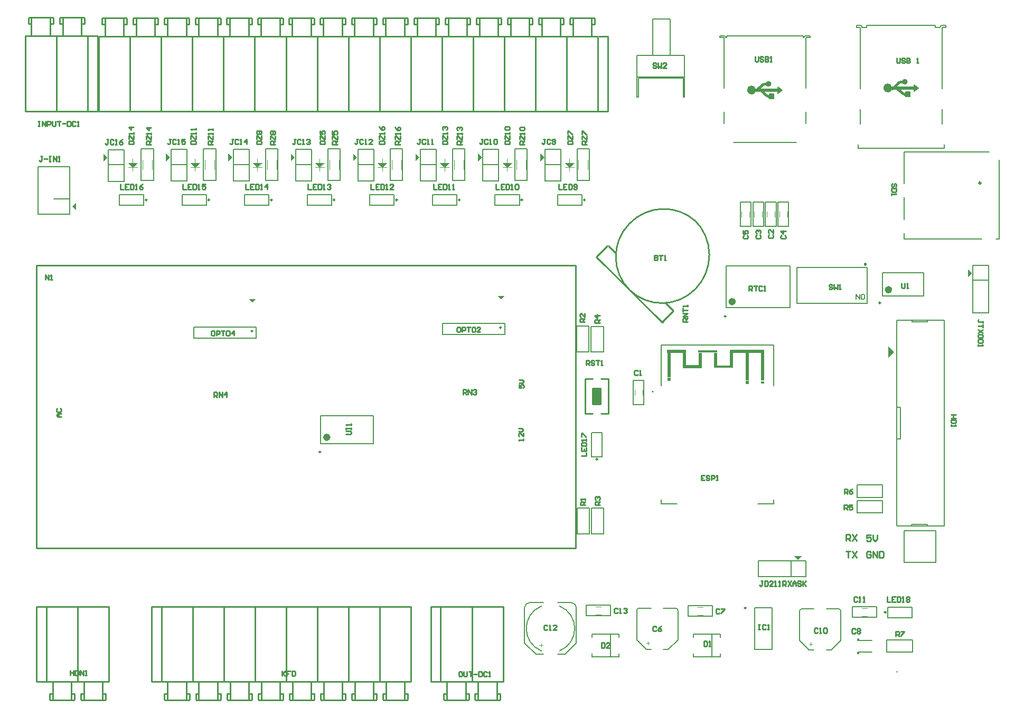
<source format=gto>
G04 Layer_Color=65535*
%FSTAX24Y24*%
%MOIN*%
G70*
G01*
G75*
%ADD40C,0.0100*%
%ADD43C,0.0200*%
%ADD44C,0.0197*%
%ADD68C,0.0236*%
%ADD69C,0.0126*%
%ADD70C,0.0098*%
%ADD71C,0.0059*%
%ADD72C,0.0079*%
%ADD73C,0.0080*%
%ADD74C,0.0350*%
%ADD75C,0.0150*%
%ADD76C,0.0050*%
%ADD77C,0.0070*%
%ADD78C,0.0040*%
%ADD79C,0.0060*%
%ADD80R,0.0190X0.0570*%
%ADD81R,0.0205X0.0190*%
%ADD82R,0.0190X0.0190*%
%ADD83R,0.0190X0.0180*%
%ADD84R,0.0190X0.1960*%
%ADD85R,0.2160X0.0190*%
%ADD86R,0.0190X0.0960*%
%ADD87R,0.1188X0.0180*%
%ADD88R,0.0198X0.0960*%
%ADD89R,0.1185X0.0180*%
%ADD90R,0.0201X0.0960*%
%ADD91R,0.1184X0.0190*%
%ADD92R,0.0205X0.0960*%
%ADD93R,0.1185X0.0190*%
%ADD94R,0.0206X0.1760*%
%ADD95R,0.0500X0.1000*%
G36*
X212906Y17995D02*
X212636Y18022D01*
Y18023D01*
X213186D01*
X212906Y17995D01*
D02*
G37*
G36*
X208967D02*
X208697Y18022D01*
Y18023D01*
X209247D01*
X208967Y17995D01*
D02*
G37*
G36*
X205029D02*
X204759Y18022D01*
Y18023D01*
X205309D01*
X205029Y17995D01*
D02*
G37*
G36*
X224721D02*
X224451Y18022D01*
Y18023D01*
X225001D01*
X224721Y17995D01*
D02*
G37*
G36*
X220783D02*
X220513Y18022D01*
Y18023D01*
X221063D01*
X220783Y17995D01*
D02*
G37*
G36*
X216844D02*
X216574Y18022D01*
Y18023D01*
X217124D01*
X216844Y17995D01*
D02*
G37*
G36*
X20109D02*
X20082Y18022D01*
Y18023D01*
X20137D01*
X20109Y17995D01*
D02*
G37*
G36*
X20867Y17141D02*
X20847Y17161D01*
X20887D01*
X20867Y17141D01*
D02*
G37*
G36*
X24915Y16828D02*
X2488Y16793D01*
Y16863D01*
X24915Y16828D01*
D02*
G37*
G36*
X2431Y15514D02*
X24285Y15539D01*
X24335D01*
X2431Y15514D01*
D02*
G37*
G36*
X19753Y17722D02*
X19728Y17747D01*
X19753Y17772D01*
Y17722D01*
D02*
G37*
G36*
X25407Y17326D02*
X25382Y17301D01*
Y17351D01*
X25407Y17326D01*
D02*
G37*
G36*
X22436Y17163D02*
X22416Y17183D01*
X22456D01*
X22436Y17163D01*
D02*
G37*
G36*
X24157Y184289D02*
X241275D01*
X241275Y184584D01*
X24157Y184584D01*
Y184289D01*
D02*
G37*
G36*
X22708Y18058D02*
X22683Y18033D01*
Y18083D01*
X22708Y18058D01*
D02*
G37*
G36*
X223141D02*
X222891Y18033D01*
Y18083D01*
X223141Y18058D01*
D02*
G37*
G36*
X250702Y18496D02*
X250426Y184763D01*
Y185157D01*
X250702Y18496D01*
D02*
G37*
G36*
X242102Y18483D02*
X241826Y184633D01*
Y185027D01*
X242102Y18483D01*
D02*
G37*
G36*
X25017Y184419D02*
X249875D01*
X249875Y184714D01*
X25017Y184714D01*
Y184419D01*
D02*
G37*
G36*
X219203Y18058D02*
X218953Y18033D01*
Y18083D01*
X219203Y18058D01*
D02*
G37*
G36*
X203449D02*
X203199Y18033D01*
Y18083D01*
X203449Y18058D01*
D02*
G37*
G36*
X19951Y18056D02*
X19926Y18031D01*
Y18081D01*
X19951Y18056D01*
D02*
G37*
G36*
X22866Y17995D02*
X22839Y18022D01*
Y18023D01*
X22894D01*
X22866Y17995D01*
D02*
G37*
G36*
X215264Y18058D02*
X215014Y18033D01*
Y18083D01*
X215264Y18058D01*
D02*
G37*
G36*
X211326D02*
X211076Y18033D01*
Y18083D01*
X211326Y18058D01*
D02*
G37*
G36*
X207387D02*
X207137Y18033D01*
Y18083D01*
X207387Y18058D01*
D02*
G37*
D40*
X23045Y16151D02*
G03*
X23045Y16151I-00005J0D01*
G01*
X24865Y15183D02*
G03*
X24865Y15183I-00005J0D01*
G01*
X225709Y17789D02*
G03*
X225709Y17789I-00005J0D01*
G01*
X221757D02*
G03*
X221757Y17789I-00005J0D01*
G01*
X217806D02*
G03*
X217806Y17789I-00005J0D01*
G01*
X213854D02*
G03*
X213854Y17789I-00005J0D01*
G01*
X209903D02*
G03*
X209903Y17789I-00005J0D01*
G01*
X205951D02*
G03*
X205951Y17789I-00005J0D01*
G01*
X202D02*
G03*
X202Y17789I-00005J0D01*
G01*
X236679Y176499D02*
G03*
X232448Y176388I-00206J-002171D01*
G01*
Y176388D02*
G03*
X232476Y172184I002116J-002088D01*
G01*
D02*
G03*
X236624Y172268I002032J002116D01*
G01*
X236624Y172268D02*
G03*
X236568Y176611I-002199J002144D01*
G01*
X22966Y17789D02*
G03*
X22966Y17789I-00005J0D01*
G01*
X19501Y15588D02*
Y173754D01*
Y15588D02*
X229065D01*
Y173754D01*
X19501D02*
X229065D01*
X22054Y147503D02*
Y15219D01*
Y147453D02*
X222509D01*
X219923D02*
X22049D01*
X220934Y146284D02*
Y147453D01*
Y146284D02*
X222115D01*
Y147453D01*
X21991Y147466D02*
Y15219D01*
Y147466D02*
X219923Y147453D01*
X222115Y146678D02*
X222312D01*
X220737D02*
X220894D01*
X222312Y146324D02*
Y146678D01*
X222272Y146284D02*
X222312Y146324D01*
X222115Y146284D02*
X222272D01*
X220737Y146324D02*
Y146678D01*
X220776Y146284D02*
X222115D01*
X220737Y146324D02*
X220776Y146284D01*
X222705Y146324D02*
X222745Y146284D01*
X224083D01*
X222705Y146324D02*
Y146678D01*
X224083Y146284D02*
X224241D01*
X22428Y146324D01*
Y146678D01*
X222705D02*
X222863D01*
X224083D02*
X22428D01*
X224083Y146284D02*
Y147453D01*
X222902Y146284D02*
X224083D01*
X222902D02*
Y147453D01*
X222509D02*
X224477D01*
Y15219D01*
X222509Y147453D02*
Y15219D01*
X21991D02*
X222509D01*
Y147503D02*
Y15219D01*
X224477D01*
X19825Y1835D02*
Y188187D01*
X196282Y188237D02*
X19825D01*
X1983D02*
X198867D01*
X197856D02*
Y189406D01*
X196675D02*
X197856D01*
X196675Y188237D02*
Y189406D01*
X19888Y1835D02*
X19888Y188224D01*
X198867Y188237D02*
X19888Y188224D01*
X196478Y189012D02*
X196675Y189012D01*
X197896D02*
X198053D01*
X196478Y189012D02*
Y189366D01*
X196518Y189406D01*
X196675D01*
X198053Y189012D02*
Y189366D01*
X196675Y189406D02*
X198014D01*
X198053Y189366D01*
X196045Y189406D02*
X196085Y189366D01*
X194707Y189406D02*
X196045Y189406D01*
X196085Y189012D02*
Y189366D01*
X194549Y189406D02*
X194707Y189406D01*
X19451Y189366D02*
X194549Y189406D01*
X19451Y189012D02*
Y189366D01*
X195927Y189012D02*
X196085Y189012D01*
X19451Y189012D02*
X194707D01*
X194707Y188237D02*
Y189406D01*
X195888Y189406D01*
Y188237D02*
Y189406D01*
X194313Y188237D02*
X196282D01*
X194313Y1835D02*
Y188237D01*
X196282Y1835D02*
X196282Y188237D01*
X196282Y1835D02*
X19888D01*
X196282D02*
X196282Y188187D01*
X194313Y1835D02*
X196282D01*
X24931Y14808D02*
X24933Y1481D01*
X23036Y1743D02*
X234508Y170152D01*
X234564Y170208D01*
X234536Y17018D02*
X235204Y170848D01*
X234508Y170152D02*
X235232Y170876D01*
X234731Y171377D02*
X235232Y170876D01*
X231112Y174996D02*
X231585Y174523D01*
X23036Y1743D02*
X231056Y174996D01*
X19566Y147503D02*
Y15219D01*
Y147453D02*
X197628D01*
X195043D02*
X19561D01*
X196054Y146284D02*
Y147453D01*
Y146284D02*
X197235D01*
Y147453D01*
X19503Y147466D02*
X19503Y15219D01*
X19503Y147466D02*
X195043Y147453D01*
X197235Y146678D02*
X197432Y146678D01*
X195857Y146678D02*
X196014D01*
X197432Y146324D02*
Y146678D01*
X197392Y146284D02*
X197432Y146324D01*
X197235Y146284D02*
X197392D01*
X195857Y146324D02*
Y146678D01*
X195896Y146284D02*
X197235D01*
X195857Y146324D02*
X195896Y146284D01*
X197825Y146324D02*
X197865Y146284D01*
X199203Y146284D01*
X197825Y146324D02*
Y146678D01*
X199203Y146284D02*
X199361Y146284D01*
X1994Y146324D01*
Y146678D01*
X197825Y146678D02*
X197983Y146678D01*
X199203D02*
X1994D01*
X199203Y146284D02*
Y147453D01*
X198022Y146284D02*
X199203Y146284D01*
X198022Y146284D02*
Y147453D01*
X197628D02*
X199597D01*
Y15219D01*
X197628Y147453D02*
X197629Y15219D01*
X19503D02*
X197629D01*
X197628Y147503D02*
X197629Y15219D01*
X199597D01*
X212743Y18348D02*
X214712D01*
X210539Y189386D02*
X210578Y189346D01*
X2092Y189386D02*
X210539Y189386D01*
X210578Y188992D02*
Y189346D01*
X209043Y189386D02*
X2092Y189386D01*
X209003Y189346D02*
X209043Y189386D01*
X209003Y188992D02*
Y189346D01*
X210421Y188992D02*
X210578Y188992D01*
X209003Y188992D02*
X2092Y188992D01*
Y188217D02*
Y189386D01*
X210381Y189386D01*
Y188217D02*
Y189386D01*
X208806Y188217D02*
X210775D01*
X208806Y18348D02*
Y188217D01*
X210775Y18348D02*
X210775Y188217D01*
X210775Y18348D02*
X210775Y188167D01*
X208806Y18348D02*
X210775D01*
X212743D01*
Y188167D01*
Y18348D02*
Y188217D01*
X210775Y18348D02*
X210775Y188217D01*
X212743D01*
X21235D02*
Y189386D01*
X211169D02*
X21235D01*
X211169Y188217D02*
Y189386D01*
X210972Y188992D02*
X211169D01*
X212389D02*
X212547D01*
X210972D02*
Y189346D01*
X211011Y189386D01*
X211169D01*
X212547Y188992D02*
Y189346D01*
X211169Y189386D02*
X212507D01*
X212547Y189346D01*
X214476Y189386D02*
X214515Y189346D01*
X213137Y189386D02*
X214476Y189386D01*
X214515Y188992D02*
Y189346D01*
X21298Y189386D02*
X213137Y189386D01*
X21294Y189346D02*
X21298Y189386D01*
X21294Y188992D02*
Y189346D01*
X214358Y188992D02*
X214515Y188992D01*
X21294Y188992D02*
X213137D01*
X213137Y188217D02*
Y189386D01*
X214318Y189386D01*
Y188217D02*
Y189386D01*
X212743Y188217D02*
X214712D01*
X214712Y18348D02*
X214712Y188167D01*
X208806Y18348D02*
Y188217D01*
X206838Y18348D02*
X208806D01*
X208806Y188167D02*
X208806Y18348D01*
Y188217D01*
X206838Y18348D02*
X206838Y188217D01*
X208806D01*
X208413D02*
Y189386D01*
X207232D02*
X208413D01*
X207232Y188217D02*
Y189386D01*
X207035Y188992D02*
X207232D01*
X208452D02*
X20861D01*
X207035D02*
Y189346D01*
X207074Y189386D01*
X207232D01*
X20861Y188992D02*
Y189346D01*
X207232Y189386D02*
X20857D01*
X20861Y189346D01*
X214712Y18348D02*
X214712Y188217D01*
X226287Y189386D02*
X226326Y189346D01*
X224948Y189386D02*
X226287D01*
X226326Y188992D02*
Y189346D01*
X224791Y189386D02*
X224948D01*
X224751Y189346D02*
X224791Y189386D01*
X224751Y188992D02*
Y189346D01*
X226169Y188992D02*
X226326D01*
X224751D02*
X224948D01*
Y188217D02*
Y189386D01*
X226129D01*
Y188217D02*
Y189386D01*
X224554Y188217D02*
X226523D01*
X224554Y18348D02*
X224554Y188217D01*
X226523Y18348D02*
Y188217D01*
Y18348D02*
Y188167D01*
X224554Y18348D02*
X226523D01*
X228491D01*
X228491Y188167D01*
X228491Y18348D02*
X23109D01*
X228491D02*
X228491Y188217D01*
X226523Y18348D02*
Y188217D01*
X228491D01*
X228098D02*
Y189386D01*
X226917Y189386D02*
X228098Y189386D01*
X226917Y188217D02*
Y189386D01*
X22672Y188992D02*
X226917D01*
X228137D02*
X228295Y188992D01*
X22672Y188992D02*
Y189346D01*
X226759Y189386D01*
X226917Y189386D01*
X228295Y188992D02*
Y189346D01*
X226917Y189386D02*
X228255Y189386D01*
X228295Y189346D01*
X230224Y189386D02*
X230263Y189346D01*
X228885Y189386D02*
X230224D01*
X230263Y188992D02*
Y189346D01*
X228728Y189386D02*
X228885D01*
X228688Y189346D02*
X228728Y189386D01*
X228688Y188992D02*
Y189346D01*
X230106Y188992D02*
X230263D01*
X228688Y188992D02*
X228885Y188992D01*
X231077Y188217D02*
X23109Y188204D01*
X23109Y18348D02*
X23109Y188204D01*
X228885Y188217D02*
Y189386D01*
X230066D01*
Y188217D02*
Y189386D01*
X23051Y188217D02*
X231077D01*
X228491D02*
X23046D01*
Y18348D02*
Y188167D01*
X224554Y18348D02*
X224554Y188217D01*
X222586Y18348D02*
X224554D01*
X224554Y188167D01*
X224554Y18348D02*
X224554Y188217D01*
X222586Y18348D02*
Y188217D01*
X224554D01*
X224161D02*
Y189386D01*
X22298Y189386D02*
X224161Y189386D01*
X22298Y188217D02*
Y189386D01*
X222783Y188992D02*
X22298Y188992D01*
X2242Y188992D02*
X224358Y188992D01*
X222783Y188992D02*
Y189346D01*
X222822Y189386D01*
X22298Y189386D01*
X224358Y188992D02*
Y189346D01*
X22298Y189386D02*
X224318Y189386D01*
X224358Y189346D01*
X216444Y189386D02*
X216484Y189346D01*
X215106Y189386D02*
X216444D01*
X216484Y188992D02*
Y189346D01*
X214948Y189386D02*
X215106D01*
X214909Y189346D02*
X214948Y189386D01*
X214909Y188992D02*
Y189346D01*
X216326Y188992D02*
X216484Y188992D01*
X214909D02*
X215106D01*
X215106Y188217D02*
Y189386D01*
X216287Y189386D01*
Y188217D02*
Y189386D01*
X214712Y188217D02*
X21668D01*
X214712Y18348D02*
Y188217D01*
X21668Y18348D02*
Y188217D01*
Y18348D02*
Y188167D01*
X214712Y18348D02*
X21668D01*
Y188217D01*
X222586Y188167D02*
X222586Y18348D01*
X220617Y188217D02*
X222586D01*
X222192D02*
Y189386D01*
X221011D02*
X222192D01*
X221011Y188217D02*
Y189386D01*
X220814Y188992D02*
X221011D01*
X222232D02*
X222389D01*
X220814D02*
Y189346D01*
X220854Y189386D01*
X221011D01*
X222389Y188992D02*
Y189346D01*
X221011Y189386D02*
X22235D01*
X222389Y189346D01*
X220381Y189386D02*
X220421Y189346D01*
X219043Y189386D02*
X220381D01*
X220421Y188992D02*
Y189346D01*
X218885Y189386D02*
X219043D01*
X218846Y189346D02*
X218885Y189386D01*
X218846Y188992D02*
Y189346D01*
X220263Y188992D02*
X220421Y188992D01*
X218846D02*
X219043Y188992D01*
Y188217D02*
Y189386D01*
X220224Y189386D01*
Y188217D02*
Y189386D01*
X218649Y188217D02*
X220617D01*
X218649Y18348D02*
Y188217D01*
X220617Y18348D02*
X220617Y188217D01*
X220617Y18348D02*
X220617Y188167D01*
X218649Y18348D02*
X220617D01*
X21668D02*
X218649D01*
Y188167D01*
Y18348D02*
Y188217D01*
X21668Y18348D02*
Y188217D01*
X218649D01*
X218255D02*
Y189386D01*
X217074D02*
X218255D01*
X217074Y188217D02*
Y189386D01*
X216877Y188992D02*
X217074D01*
X218295D02*
X218452D01*
X216877D02*
Y189346D01*
X216917Y189386D01*
X217074D01*
X218452Y188992D02*
Y189346D01*
X217074Y189386D02*
X218413D01*
X218452Y189346D01*
X220617Y18348D02*
X222586D01*
X206838D02*
Y188217D01*
Y18348D02*
X206838Y188217D01*
X200696Y189386D02*
X200736Y189346D01*
X199358Y189386D02*
X200696D01*
X200736Y188992D02*
Y189346D01*
X1992Y189386D02*
X199358D01*
X199161Y189346D02*
X1992Y189386D01*
X199161Y188992D02*
Y189346D01*
X200578Y188992D02*
X200736D01*
X199161D02*
X199358D01*
Y188217D02*
Y189386D01*
X200539D01*
Y188217D02*
Y189386D01*
X198964Y188217D02*
X200932D01*
X198964Y18348D02*
Y188217D01*
X200932Y18348D02*
Y188217D01*
Y18348D02*
Y188167D01*
X198964Y18348D02*
X200932D01*
Y188217D01*
X206838Y18348D02*
X206838Y188167D01*
X204869Y188217D02*
X206838D01*
X206444D02*
Y189386D01*
X205263Y189386D02*
X206444Y189386D01*
X205263Y188217D02*
Y189386D01*
X205066Y188992D02*
X205263Y188992D01*
X206484D02*
X206641Y188992D01*
X205066D02*
Y189346D01*
X205106Y189386D01*
X205263D01*
X206641Y188992D02*
Y189346D01*
X205263Y189386D02*
X206602D01*
X206641Y189346D01*
X204633Y189386D02*
X204673Y189346D01*
X203295Y189386D02*
X204633D01*
X204673Y188992D02*
Y189346D01*
X203137Y189386D02*
X203295D01*
X203098Y189346D02*
X203137Y189386D01*
X203098Y188992D02*
Y189346D01*
X204515Y188992D02*
X204673D01*
X203098D02*
X203295D01*
Y188217D02*
Y189386D01*
X204476D01*
Y188217D02*
Y189386D01*
X202901Y188217D02*
X204869D01*
X202901Y18348D02*
Y188217D01*
X204869Y18348D02*
Y188217D01*
X204869Y188167D02*
X204869Y18348D01*
X202901D02*
X204869D01*
X200932D02*
X202901D01*
Y188167D01*
Y18348D02*
Y188217D01*
X200932Y18348D02*
Y188217D01*
X202901D01*
X202507D02*
Y189386D01*
X201326Y189386D02*
X202507Y189386D01*
X201326Y188217D02*
Y189386D01*
X201129Y188992D02*
X201326Y188992D01*
X202547D02*
X202704Y188992D01*
X201129D02*
Y189346D01*
X201169Y189386D01*
X201326D01*
X202704Y188992D02*
Y189346D01*
X201326Y189386D02*
X202665D01*
X202704Y189346D01*
X204869Y18348D02*
X206838D01*
X22966Y16438D02*
X23011D01*
X23067D02*
X23112D01*
X23014Y16599D02*
X23064D01*
X23014Y16499D02*
Y16599D01*
Y16499D02*
X23064D01*
Y16599D01*
X23112Y16438D02*
Y1666D01*
X22966Y16438D02*
Y1666D01*
X23011D01*
X23067D02*
X23112D01*
X210784Y15219D02*
X212753D01*
X214918Y146324D02*
X214957Y146284D01*
X216296D01*
X214918Y146324D02*
Y146678D01*
X216296Y146284D02*
X216453D01*
X216493Y146324D01*
Y146678D01*
X214918D02*
X215075D01*
X216296D02*
X216493D01*
X216296Y146284D02*
Y147453D01*
X215115Y146284D02*
X216296D01*
X215115D02*
Y147453D01*
X214721D02*
X21669D01*
Y15219D01*
X214721Y147453D02*
Y15219D01*
Y147503D02*
Y15219D01*
X21669D01*
X212753D02*
X214721D01*
X212753Y147503D02*
X212753Y15219D01*
X212753Y147453D02*
X212753Y15219D01*
X214721Y147453D02*
Y15219D01*
X212753Y147453D02*
X214721D01*
X213146Y146284D02*
Y147453D01*
Y146284D02*
X214327Y146284D01*
Y147453D01*
Y146678D02*
X214524Y146678D01*
X212949D02*
X213107Y146678D01*
X214524Y146324D02*
Y146678D01*
X214485Y146284D02*
X214524Y146324D01*
X214327Y146284D02*
X214485D01*
X212949Y146324D02*
Y146678D01*
X212989Y146284D02*
X214327D01*
X212949Y146324D02*
X212989Y146284D01*
X210981Y146324D02*
X21102Y146284D01*
X212359D01*
X210981Y146324D02*
Y146678D01*
X212359Y146284D02*
X212516D01*
X212556Y146324D01*
Y146678D01*
X210981D02*
X211138D01*
X212359D02*
X212556D01*
X212359Y146284D02*
Y147453D01*
X211178Y146284D02*
X212359D01*
X211178D02*
Y147453D01*
X210784D02*
X212753D01*
X210784Y15219D02*
X210784Y147503D01*
X21669Y147453D02*
Y15219D01*
X218658D01*
X21669Y147503D02*
Y15219D01*
Y147453D02*
Y15219D01*
X218658Y147453D02*
Y15219D01*
X21669Y147453D02*
X218658D01*
X217083Y146284D02*
Y147453D01*
Y146284D02*
X218264Y146284D01*
Y147453D01*
X218264Y146678D02*
X218461D01*
X216886D02*
X217044Y146678D01*
X218461Y146324D02*
Y146678D01*
X218422Y146284D02*
X218461Y146324D01*
X218264Y146284D02*
X218422D01*
X216886Y146324D02*
Y146678D01*
X216926Y146284D02*
X218264D01*
X216886Y146324D02*
X216926Y146284D01*
X209012Y146324D02*
X209052Y146284D01*
X21039Y146284D01*
X209012Y146324D02*
Y146678D01*
X21039Y146284D02*
X210548Y146284D01*
X210587Y146324D01*
Y146678D01*
X209012Y146678D02*
X20917Y146678D01*
X21039Y146678D02*
X210587Y146678D01*
X21039Y146284D02*
Y147453D01*
X209209Y146284D02*
X21039Y146284D01*
X209209Y146284D02*
Y147453D01*
X208816D02*
X210784D01*
Y15219D01*
X208816Y147453D02*
X208816Y15219D01*
X208816Y147503D02*
X208816Y15219D01*
X210784D01*
X208816Y147453D02*
X208816Y15219D01*
X20291Y147503D02*
Y15219D01*
Y147453D02*
X204879D01*
X202293D02*
X20286D01*
X203304Y146284D02*
Y147453D01*
Y146284D02*
X204485D01*
Y147453D01*
X20228Y147466D02*
X20228Y15219D01*
X20228Y147466D02*
X202293Y147453D01*
X204485Y146678D02*
X204682Y146678D01*
X203107Y146678D02*
X203264D01*
X204682Y146324D02*
Y146678D01*
X204642Y146284D02*
X204682Y146324D01*
X204485Y146284D02*
X204642D01*
X203107Y146324D02*
Y146678D01*
X203146Y146284D02*
X204485D01*
X203107Y146324D02*
X203146Y146284D01*
X205075Y146324D02*
X205115Y146284D01*
X206453Y146284D01*
X205075Y146324D02*
Y146678D01*
X206453Y146284D02*
X206611Y146284D01*
X20665Y146324D01*
Y146678D01*
X205075Y146678D02*
X205233Y146678D01*
X206453D02*
X20665D01*
X206453Y146284D02*
Y147453D01*
X205272Y146284D02*
X206453Y146284D01*
X205272Y146284D02*
Y147453D01*
X204879D02*
X206847D01*
Y15219D01*
X204879Y147453D02*
X204879Y15219D01*
X20228D02*
X204879D01*
X204879Y147503D02*
X204879Y15219D01*
X206847D01*
X208816D01*
X206847Y147503D02*
Y15219D01*
Y147453D02*
Y15219D01*
X208816Y147453D02*
X208816Y15219D01*
X206847Y147453D02*
X208816D01*
X207241Y146284D02*
Y147453D01*
Y146284D02*
X208422D01*
Y147453D01*
Y146678D02*
X208619D01*
X207044D02*
X207201D01*
X208619Y146324D02*
Y146678D01*
X208579Y146284D02*
X208619Y146324D01*
X208422Y146284D02*
X208579D01*
X207044Y146324D02*
Y146678D01*
X207083Y146284D02*
X208422D01*
X207044Y146324D02*
X207083Y146284D01*
X249252Y17871D02*
X249305Y178763D01*
Y178868D01*
X249252Y17892D01*
X2492D01*
X249147Y178868D01*
Y178763D01*
X249095Y17871D01*
X249042D01*
X24899Y178763D01*
Y178868D01*
X249042Y17892D01*
X249305Y178605D02*
X24899D01*
Y178448D01*
X249042Y178395D01*
X249252D01*
X249305Y178448D01*
Y178605D01*
X24899Y17829D02*
Y178185D01*
Y178238D01*
X249305D01*
X249252Y17829D01*
X254765Y17012D02*
Y170225D01*
Y170173D01*
X254502D01*
X25445Y170225D01*
Y170278D01*
X254502Y17033D01*
X254765Y170015D02*
Y169805D01*
Y16991D01*
X25445D01*
X254765Y1697D02*
X25445Y16949D01*
X254765D02*
X25445Y1697D01*
X254712Y169385D02*
X254765Y169333D01*
Y169228D01*
X254712Y169176D01*
X254502D01*
X25445Y169228D01*
Y169333D01*
X254502Y169385D01*
X254712D01*
Y169071D02*
X254765Y169018D01*
Y168913D01*
X254712Y168861D01*
X254502D01*
X25445Y168913D01*
Y169018D01*
X254502Y169071D01*
X254712D01*
X25445Y168756D02*
Y168651D01*
Y168703D01*
X254765D01*
X254712Y168756D01*
X24087Y153805D02*
X240765D01*
X240817D01*
Y153542D01*
X240765Y15349D01*
X240712D01*
X24066Y153542D01*
X240975Y153805D02*
Y15349D01*
X241132D01*
X241185Y153542D01*
Y153752D01*
X241132Y153805D01*
X240975D01*
X2415Y15349D02*
X24129D01*
X2415Y1537D01*
Y153752D01*
X241447Y153805D01*
X241342D01*
X24129Y153752D01*
X241605Y15349D02*
X24171D01*
X241657D01*
Y153805D01*
X241605Y153752D01*
X241867Y15349D02*
X241972D01*
X241919D01*
Y153805D01*
X241867Y153752D01*
X242129Y15349D02*
Y153805D01*
X242287D01*
X242339Y153752D01*
Y153647D01*
X242287Y153595D01*
X242129D01*
X242234D02*
X242339Y15349D01*
X242444Y153805D02*
X242654Y15349D01*
Y153805D02*
X242444Y15349D01*
X242759D02*
Y1537D01*
X242864Y153805D01*
X242969Y1537D01*
Y15349D01*
Y153647D01*
X242759D01*
X243284Y153752D02*
X243231Y153805D01*
X243126D01*
X243074Y153752D01*
Y1537D01*
X243126Y153647D01*
X243231D01*
X243284Y153595D01*
Y153542D01*
X243231Y15349D01*
X243126D01*
X243074Y153542D01*
X243389Y153805D02*
Y15349D01*
Y153595D01*
X243599Y153805D01*
X243441Y153647D01*
X243599Y15349D01*
X19559Y17284D02*
Y173155D01*
X1958Y17284D01*
Y173155D01*
X195905Y17284D02*
X19601D01*
X195957D01*
Y173155D01*
X195905Y173102D01*
X221837Y148085D02*
X221732D01*
X22168Y148032D01*
Y147822D01*
X221732Y14777D01*
X221837D01*
X22189Y147822D01*
Y148032D01*
X221837Y148085D01*
X221995D02*
Y147822D01*
X222047Y14777D01*
X222152D01*
X222205Y147822D01*
Y148085D01*
X22231D02*
X22252D01*
X222415D01*
Y14777D01*
X222625Y147927D02*
X222834D01*
X222939Y148085D02*
Y14777D01*
X223097D01*
X223149Y147822D01*
Y148032D01*
X223097Y148085D01*
X222939D01*
X223464Y148032D02*
X223412Y148085D01*
X223307D01*
X223254Y148032D01*
Y147822D01*
X223307Y14777D01*
X223412D01*
X223464Y147822D01*
X223569Y14777D02*
X223674D01*
X223622D01*
Y148085D01*
X223569Y148032D01*
X21052Y148125D02*
Y14781D01*
Y147915D01*
X21073Y148125D01*
X210572Y147967D01*
X21073Y14781D01*
X211045Y148125D02*
X210835D01*
Y147967D01*
X21094D01*
X210835D01*
Y14781D01*
X21115Y148125D02*
Y14781D01*
X211307D01*
X21136Y147862D01*
Y148072D01*
X211307Y148125D01*
X21115D01*
X214565Y16307D02*
X214828D01*
X21488Y163122D01*
Y163227D01*
X214828Y16328D01*
X214565D01*
Y163385D02*
Y16349D01*
Y163437D01*
X21488D01*
Y163385D01*
Y16349D01*
Y163647D02*
Y163752D01*
Y1637D01*
X214565D01*
X214618Y163647D01*
X20623Y16543D02*
Y165745D01*
X206387D01*
X20644Y165692D01*
Y165587D01*
X206387Y165535D01*
X20623D01*
X206335D02*
X20644Y16543D01*
X206545D02*
Y165745D01*
X206755Y16543D01*
Y165745D01*
X207017Y16543D02*
Y165745D01*
X20686Y165587D01*
X20707D01*
X22195Y1656D02*
Y165915D01*
X222107D01*
X22216Y165862D01*
Y165757D01*
X222107Y165705D01*
X22195D01*
X222055D02*
X22216Y1656D01*
X222265D02*
Y165915D01*
X222475Y1656D01*
Y165915D01*
X22258Y165862D02*
X222632Y165915D01*
X222737D01*
X22279Y165862D01*
Y16581D01*
X222737Y165757D01*
X222685D01*
X222737D01*
X22279Y165705D01*
Y165652D01*
X222737Y1656D01*
X222632D01*
X22258Y165652D01*
X19957Y181715D02*
X199465D01*
X199517D01*
Y181452D01*
X199465Y1814D01*
X199412D01*
X19936Y181452D01*
X199885Y181662D02*
X199832Y181715D01*
X199727D01*
X199675Y181662D01*
Y181452D01*
X199727Y1814D01*
X199832D01*
X199885Y181452D01*
X19999Y1814D02*
X200095D01*
X200042D01*
Y181715D01*
X19999Y181662D01*
X200462Y181715D02*
X200357Y181662D01*
X200252Y181557D01*
Y181452D01*
X200305Y1814D01*
X20041D01*
X200462Y181452D01*
Y181505D01*
X20041Y181557D01*
X200252D01*
X203508Y181725D02*
X203404D01*
X203456D01*
Y181462D01*
X203404Y18141D01*
X203351D01*
X203299Y181462D01*
X203823Y181672D02*
X203771Y181725D01*
X203666D01*
X203613Y181672D01*
Y181462D01*
X203666Y18141D01*
X203771D01*
X203823Y181462D01*
X203928Y18141D02*
X204033D01*
X203981D01*
Y181725D01*
X203928Y181672D01*
X204401Y181725D02*
X204191D01*
Y181567D01*
X204296Y18162D01*
X204348D01*
X204401Y181567D01*
Y181462D01*
X204348Y18141D01*
X204243D01*
X204191Y181462D01*
X207447Y181725D02*
X207342D01*
X207395D01*
Y181462D01*
X207342Y18141D01*
X20729D01*
X207237Y181462D01*
X207762Y181672D02*
X207709Y181725D01*
X207604D01*
X207552Y181672D01*
Y181462D01*
X207604Y18141D01*
X207709D01*
X207762Y181462D01*
X207867Y18141D02*
X207972D01*
X207919D01*
Y181725D01*
X207867Y181672D01*
X208287Y18141D02*
Y181725D01*
X208129Y181567D01*
X208339D01*
X211386Y181725D02*
X211281D01*
X211333D01*
Y181462D01*
X211281Y18141D01*
X211228D01*
X211176Y181462D01*
X2117Y181672D02*
X211648Y181725D01*
X211543D01*
X211491Y181672D01*
Y181462D01*
X211543Y18141D01*
X211648D01*
X2117Y181462D01*
X211805Y18141D02*
X21191D01*
X211858D01*
Y181725D01*
X211805Y181672D01*
X212068D02*
X21212Y181725D01*
X212225D01*
X212278Y181672D01*
Y18162D01*
X212225Y181567D01*
X212173D01*
X212225D01*
X212278Y181515D01*
Y181462D01*
X212225Y18141D01*
X21212D01*
X212068Y181462D01*
X215324Y181735D02*
X215219D01*
X215272D01*
Y181472D01*
X215219Y18142D01*
X215167D01*
X215114Y181472D01*
X215639Y181682D02*
X215587Y181735D01*
X215482D01*
X215429Y181682D01*
Y181472D01*
X215482Y18142D01*
X215587D01*
X215639Y181472D01*
X215744Y18142D02*
X215849D01*
X215796D01*
Y181735D01*
X215744Y181682D01*
X216216Y18142D02*
X216006D01*
X216216Y18163D01*
Y181682D01*
X216164Y181735D01*
X216059D01*
X216006Y181682D01*
X219263Y181735D02*
X219158D01*
X21921D01*
Y181472D01*
X219158Y18142D01*
X219105D01*
X219053Y181472D01*
X219578Y181682D02*
X219525Y181735D01*
X21942D01*
X219368Y181682D01*
Y181472D01*
X21942Y18142D01*
X219525D01*
X219578Y181472D01*
X219683Y18142D02*
X219788D01*
X219735D01*
Y181735D01*
X219683Y181682D01*
X219945Y18142D02*
X22005D01*
X219997D01*
Y181735D01*
X219945Y181682D01*
X223201Y181735D02*
X223096D01*
X223149D01*
Y181472D01*
X223096Y18142D01*
X223044D01*
X222991Y181472D01*
X223516Y181682D02*
X223464Y181735D01*
X223359D01*
X223306Y181682D01*
Y181472D01*
X223359Y18142D01*
X223464D01*
X223516Y181472D01*
X223621Y18142D02*
X223726D01*
X223674D01*
Y181735D01*
X223621Y181682D01*
X223884D02*
X223936Y181735D01*
X224041D01*
X224093Y181682D01*
Y181472D01*
X224041Y18142D01*
X223936D01*
X223884Y181472D01*
Y181682D01*
X22714Y181735D02*
X227035D01*
X227087D01*
Y181472D01*
X227035Y18142D01*
X226982D01*
X22693Y181472D01*
X227455Y181682D02*
X227402Y181735D01*
X227297D01*
X227245Y181682D01*
Y181472D01*
X227297Y18142D01*
X227402D01*
X227455Y181472D01*
X22756D02*
X227612Y18142D01*
X227717D01*
X22777Y181472D01*
Y181682D01*
X227717Y181735D01*
X227612D01*
X22756Y181682D01*
Y18163D01*
X227612Y181577D01*
X22777D01*
X24038Y186945D02*
Y186682D01*
X240432Y18663D01*
X240537D01*
X24059Y186682D01*
Y186945D01*
X240905Y186892D02*
X240852Y186945D01*
X240747D01*
X240695Y186892D01*
Y18684D01*
X240747Y186787D01*
X240852D01*
X240905Y186735D01*
Y186682D01*
X240852Y18663D01*
X240747D01*
X240695Y186682D01*
X24101Y186945D02*
Y18663D01*
X241167D01*
X24122Y186682D01*
Y186735D01*
X241167Y186787D01*
X24101D01*
X241167D01*
X24122Y18684D01*
Y186892D01*
X241167Y186945D01*
X24101D01*
X241325Y18663D02*
X24143D01*
X241377D01*
Y186945D01*
X241325Y186892D01*
X24932Y186855D02*
Y186592D01*
X249372Y18654D01*
X249477D01*
X24953Y186592D01*
Y186855D01*
X249845Y186802D02*
X249792Y186855D01*
X249687D01*
X249635Y186802D01*
Y18675D01*
X249687Y186697D01*
X249792D01*
X249845Y186645D01*
Y186592D01*
X249792Y18654D01*
X249687D01*
X249635Y186592D01*
X24995Y186855D02*
Y18654D01*
X250107D01*
X25016Y186592D01*
Y186645D01*
X250107Y186697D01*
X24995D01*
X250107D01*
X25016Y18675D01*
Y186802D01*
X250107Y186855D01*
X24995D01*
X250579Y18654D02*
X250684D01*
X250632D01*
Y186855D01*
X250579Y186802D01*
X24963Y172625D02*
Y172362D01*
X249682Y17231D01*
X249787D01*
X24984Y172362D01*
Y172625D01*
X249945Y17231D02*
X25005D01*
X249997D01*
Y172625D01*
X249945Y172572D01*
X23415Y186492D02*
X234097Y186545D01*
X233992D01*
X23394Y186492D01*
Y18644D01*
X233992Y186387D01*
X234097D01*
X23415Y186335D01*
Y186282D01*
X234097Y18623D01*
X233992D01*
X23394Y186282D01*
X234255Y186545D02*
Y18623D01*
X23436Y186335D01*
X234465Y18623D01*
Y186545D01*
X23478Y18623D02*
X23457D01*
X23478Y18644D01*
Y186492D01*
X234727Y186545D01*
X234622D01*
X23457Y186492D01*
X24526Y172502D02*
X245207Y172555D01*
X245102D01*
X24505Y172502D01*
Y17245D01*
X245102Y172397D01*
X245207D01*
X24526Y172345D01*
Y172292D01*
X245207Y17224D01*
X245102D01*
X24505Y172292D01*
X245365Y172555D02*
Y17224D01*
X24547Y172345D01*
X245575Y17224D01*
Y172555D01*
X24568Y17224D02*
X245785D01*
X245732D01*
Y172555D01*
X24568Y172502D01*
X20227Y1814D02*
X201955D01*
Y181557D01*
X202008Y18161D01*
X202113D01*
X202165Y181557D01*
Y1814D01*
Y181505D02*
X20227Y18161D01*
X201955Y181715D02*
Y181925D01*
X202008D01*
X202218Y181715D01*
X20227D01*
Y181925D01*
Y18203D02*
Y182135D01*
Y182082D01*
X201955D01*
X202008Y18203D01*
X20227Y18245D02*
X201955D01*
X202113Y182292D01*
Y182502D01*
X206161Y1814D02*
X205847D01*
Y181557D01*
X205899Y18161D01*
X206004D01*
X206056Y181557D01*
Y1814D01*
Y181505D02*
X206161Y18161D01*
X205847Y181715D02*
Y181925D01*
X205899D01*
X206109Y181715D01*
X206161D01*
Y181925D01*
Y18203D02*
Y182135D01*
Y182082D01*
X205847D01*
X205899Y18203D01*
X206161Y182292D02*
Y182397D01*
Y182345D01*
X205847D01*
X205899Y182292D01*
X210103Y1814D02*
X209788D01*
Y181557D01*
X20984Y18161D01*
X209945D01*
X209998Y181557D01*
Y1814D01*
Y181505D02*
X210103Y18161D01*
X209788Y181715D02*
Y181925D01*
X20984D01*
X21005Y181715D01*
X210103D01*
Y181925D01*
X20984Y18203D02*
X209788Y182082D01*
Y182187D01*
X20984Y18224D01*
X209893D01*
X209945Y182187D01*
X209998Y18224D01*
X21005D01*
X210103Y182187D01*
Y182082D01*
X21005Y18203D01*
X209998D01*
X209945Y182082D01*
X209893Y18203D01*
X20984D01*
X209945Y182082D02*
Y182187D01*
X214014Y1814D02*
X213699D01*
Y181557D01*
X213752Y18161D01*
X213857D01*
X213909Y181557D01*
Y1814D01*
Y181505D02*
X214014Y18161D01*
X213699Y181715D02*
Y181925D01*
X213752D01*
X213962Y181715D01*
X214014D01*
Y181925D01*
X213699Y18224D02*
Y18203D01*
X213857D01*
X213804Y182135D01*
Y182187D01*
X213857Y18224D01*
X213962D01*
X214014Y182187D01*
Y182082D01*
X213962Y18203D01*
X217976Y1814D02*
X217661D01*
Y181557D01*
X217713Y18161D01*
X217818D01*
X217871Y181557D01*
Y1814D01*
Y181505D02*
X217976Y18161D01*
X217661Y181715D02*
Y181925D01*
X217713D01*
X217923Y181715D01*
X217976D01*
Y181925D01*
Y18203D02*
Y182135D01*
Y182082D01*
X217661D01*
X217713Y18203D01*
X217661Y182502D02*
X217713Y182397D01*
X217818Y182292D01*
X217923D01*
X217976Y182345D01*
Y18245D01*
X217923Y182502D01*
X217871D01*
X217818Y18245D01*
Y182292D01*
X221887Y1814D02*
X221572D01*
Y181557D01*
X221625Y18161D01*
X22173D01*
X221782Y181557D01*
Y1814D01*
Y181505D02*
X221887Y18161D01*
X221572Y181715D02*
Y181925D01*
X221625D01*
X221835Y181715D01*
X221887D01*
Y181925D01*
Y18203D02*
Y182135D01*
Y182082D01*
X221572D01*
X221625Y18203D01*
Y182292D02*
X221572Y182345D01*
Y18245D01*
X221625Y182502D01*
X221677D01*
X22173Y18245D01*
Y182397D01*
Y18245D01*
X221782Y182502D01*
X221835D01*
X221887Y18245D01*
Y182345D01*
X221835Y182292D01*
X225839Y1814D02*
X225524D01*
Y181557D01*
X225576Y18161D01*
X225681D01*
X225734Y181557D01*
Y1814D01*
Y181505D02*
X225839Y18161D01*
X225524Y181715D02*
Y181925D01*
X225576D01*
X225786Y181715D01*
X225839D01*
Y181925D01*
Y18203D02*
Y182135D01*
Y182082D01*
X225524D01*
X225576Y18203D01*
Y182292D02*
X225524Y182345D01*
Y18245D01*
X225576Y182502D01*
X225786D01*
X225839Y18245D01*
Y182345D01*
X225786Y182292D01*
X225576D01*
X22976Y1814D02*
X229445D01*
Y181557D01*
X229498Y18161D01*
X229603D01*
X229655Y181557D01*
Y1814D01*
Y181505D02*
X22976Y18161D01*
X229445Y181715D02*
Y181925D01*
X229498D01*
X229708Y181715D01*
X22976D01*
Y181925D01*
X229445Y18203D02*
Y18224D01*
X229498D01*
X229708Y18203D01*
X22976D01*
X23999Y17215D02*
Y172465D01*
X240147D01*
X2402Y172412D01*
Y172307D01*
X240147Y172255D01*
X23999D01*
X240095D02*
X2402Y17215D01*
X240305Y172465D02*
X240515D01*
X24041D01*
Y17215D01*
X24083Y172412D02*
X240777Y172465D01*
X240672D01*
X24062Y172412D01*
Y172202D01*
X240672Y17215D01*
X240777D01*
X24083Y172202D01*
X240935Y17215D02*
X24104D01*
X240987D01*
Y172465D01*
X240935Y172412D01*
X22971Y16744D02*
Y167755D01*
X229867D01*
X22992Y167702D01*
Y167597D01*
X229867Y167545D01*
X22971D01*
X229815D02*
X22992Y16744D01*
X230235Y167702D02*
X230182Y167755D01*
X230077D01*
X230025Y167702D01*
Y16765D01*
X230077Y167597D01*
X230182D01*
X230235Y167545D01*
Y167492D01*
X230182Y16744D01*
X230077D01*
X230025Y167492D01*
X23034Y167755D02*
X23055D01*
X230445D01*
Y16744D01*
X230655D02*
X23076D01*
X230707D01*
Y167755D01*
X230655Y167702D01*
X23613Y1702D02*
X235815D01*
Y170357D01*
X235868Y17041D01*
X235973D01*
X236025Y170357D01*
Y1702D01*
Y170305D02*
X23613Y17041D01*
Y170515D02*
X235815D01*
X23613Y170725D01*
X235815D01*
Y17083D02*
Y17104D01*
Y170935D01*
X23613D01*
Y171145D02*
Y17125D01*
Y171197D01*
X235815D01*
X235868Y171145D01*
X24927Y15032D02*
Y150635D01*
X249427D01*
X24948Y150582D01*
Y150477D01*
X249427Y150425D01*
X24927D01*
X249375D02*
X24948Y15032D01*
X249585Y150635D02*
X249795D01*
Y150582D01*
X249585Y150372D01*
Y15032D01*
X23059Y15862D02*
X230275D01*
Y158777D01*
X230328Y15883D01*
X230433D01*
X230485Y158777D01*
Y15862D01*
Y158725D02*
X23059Y15883D01*
X230328Y158935D02*
X230275Y158987D01*
Y159092D01*
X230328Y159145D01*
X23038D01*
X230433Y159092D01*
Y15904D01*
Y159092D01*
X230485Y159145D01*
X230538D01*
X23059Y159092D01*
Y158987D01*
X230538Y158935D01*
X23058Y17012D02*
X230265D01*
Y170277D01*
X230318Y17033D01*
X230423D01*
X230475Y170277D01*
Y17012D01*
Y170225D02*
X23058Y17033D01*
Y170592D02*
X230265D01*
X230423Y170435D01*
Y170645D01*
X24601Y15932D02*
Y159635D01*
X246167D01*
X24622Y159582D01*
Y159477D01*
X246167Y159425D01*
X24601D01*
X246115D02*
X24622Y15932D01*
X246535Y159635D02*
X24643Y159582D01*
X246325Y159477D01*
Y159372D01*
X246377Y15932D01*
X246482D01*
X246535Y159372D01*
Y159425D01*
X246482Y159477D01*
X246325D01*
X246Y15831D02*
Y158625D01*
X246157D01*
X24621Y158572D01*
Y158467D01*
X246157Y158415D01*
X246D01*
X246105D02*
X24621Y15831D01*
X246525Y158625D02*
X246315D01*
Y158467D01*
X24642Y15852D01*
X246472D01*
X246525Y158467D01*
Y158362D01*
X246472Y15831D01*
X246367D01*
X246315Y158362D01*
X22964Y17018D02*
X229325D01*
Y170337D01*
X229378Y17039D01*
X229483D01*
X229535Y170337D01*
Y17018D01*
Y170285D02*
X22964Y17039D01*
Y170705D02*
Y170495D01*
X22943Y170705D01*
X229378D01*
X229325Y170652D01*
Y170547D01*
X229378Y170495D01*
X22967Y15861D02*
X229355D01*
Y158767D01*
X229408Y15882D01*
X229513D01*
X229565Y158767D01*
Y15861D01*
Y158715D02*
X22967Y15882D01*
Y158925D02*
Y15903D01*
Y158977D01*
X229355D01*
X229408Y158925D01*
X206217Y169625D02*
X206112D01*
X20606Y169572D01*
Y169362D01*
X206112Y16931D01*
X206217D01*
X20627Y169362D01*
Y169572D01*
X206217Y169625D01*
X206375Y16931D02*
Y169625D01*
X206532D01*
X206585Y169572D01*
Y169467D01*
X206532Y169415D01*
X206375D01*
X20669Y169625D02*
X2069D01*
X206795D01*
Y16931D01*
X207162Y169625D02*
X207057D01*
X207005Y169572D01*
Y169362D01*
X207057Y16931D01*
X207162D01*
X207214Y169362D01*
Y169572D01*
X207162Y169625D01*
X207477Y16931D02*
Y169625D01*
X207319Y169467D01*
X207529D01*
X221727Y169855D02*
X221622D01*
X22157Y169802D01*
Y169592D01*
X221622Y16954D01*
X221727D01*
X22178Y169592D01*
Y169802D01*
X221727Y169855D01*
X221885Y16954D02*
Y169855D01*
X222042D01*
X222095Y169802D01*
Y169697D01*
X222042Y169645D01*
X221885D01*
X2222Y169855D02*
X22241D01*
X222305D01*
Y16954D01*
X222672Y169855D02*
X222567D01*
X222515Y169802D01*
Y169592D01*
X222567Y16954D01*
X222672D01*
X222724Y169592D01*
Y169802D01*
X222672Y169855D01*
X223039Y16954D02*
X222829D01*
X223039Y16975D01*
Y169802D01*
X222987Y169855D01*
X222882D01*
X222829Y169802D01*
X24872Y152805D02*
Y15249D01*
X24893D01*
X249245Y152805D02*
X249035D01*
Y15249D01*
X249245D01*
X249035Y152647D02*
X24914D01*
X24935Y152805D02*
Y15249D01*
X249507D01*
X24956Y152542D01*
Y152752D01*
X249507Y152805D01*
X24935D01*
X249665Y15249D02*
X24977D01*
X249717D01*
Y152805D01*
X249665Y152752D01*
X249927D02*
X249979Y152805D01*
X250084D01*
X250137Y152752D01*
Y1527D01*
X250084Y152647D01*
X250137Y152595D01*
Y152542D01*
X250084Y15249D01*
X249979D01*
X249927Y152542D01*
Y152595D01*
X249979Y152647D01*
X249927Y1527D01*
Y152752D01*
X249979Y152647D02*
X250084D01*
X229425Y16172D02*
X22974D01*
Y16193D01*
X229425Y162245D02*
Y162035D01*
X22974D01*
Y162245D01*
X229583Y162035D02*
Y16214D01*
X229425Y16235D02*
X22974D01*
Y162507D01*
X229688Y16256D01*
X229478D01*
X229425Y162507D01*
Y16235D01*
X22974Y162665D02*
Y16277D01*
Y162717D01*
X229425D01*
X229478Y162665D01*
X229425Y162927D02*
Y163137D01*
X229478D01*
X229688Y162927D01*
X22974D01*
X20032Y178875D02*
Y17856D01*
X20053D01*
X200845Y178875D02*
X200635D01*
Y17856D01*
X200845D01*
X200635Y178717D02*
X20074D01*
X20095Y178875D02*
Y17856D01*
X201107D01*
X20116Y178612D01*
Y178822D01*
X201107Y178875D01*
X20095D01*
X201265Y17856D02*
X20137D01*
X201317D01*
Y178875D01*
X201265Y178822D01*
X201737Y178875D02*
X201632Y178822D01*
X201527Y178717D01*
Y178612D01*
X201579Y17856D01*
X201684D01*
X201737Y178612D01*
Y178665D01*
X201684Y178717D01*
X201527D01*
X204271Y178875D02*
Y17856D01*
X204481D01*
X204796Y178875D02*
X204586D01*
Y17856D01*
X204796D01*
X204586Y178717D02*
X204691D01*
X204901Y178875D02*
Y17856D01*
X205059D01*
X205111Y178612D01*
Y178822D01*
X205059Y178875D01*
X204901D01*
X205216Y17856D02*
X205321D01*
X205268D01*
Y178875D01*
X205216Y178822D01*
X205688Y178875D02*
X205478D01*
Y178717D01*
X205583Y17877D01*
X205636D01*
X205688Y178717D01*
Y178612D01*
X205636Y17856D01*
X205531D01*
X205478Y178612D01*
X208223Y178875D02*
Y17856D01*
X208433D01*
X208748Y178875D02*
X208538D01*
Y17856D01*
X208748D01*
X208538Y178717D02*
X208643D01*
X208853Y178875D02*
Y17856D01*
X20901D01*
X209062Y178612D01*
Y178822D01*
X20901Y178875D01*
X208853D01*
X209167Y17856D02*
X209272D01*
X20922D01*
Y178875D01*
X209167Y178822D01*
X209587Y17856D02*
Y178875D01*
X20943Y178717D01*
X20964D01*
X212174Y178875D02*
Y17856D01*
X212384D01*
X212699Y178875D02*
X212489D01*
Y17856D01*
X212699D01*
X212489Y178717D02*
X212594D01*
X212804Y178875D02*
Y17856D01*
X212961D01*
X213014Y178612D01*
Y178822D01*
X212961Y178875D01*
X212804D01*
X213119Y17856D02*
X213224D01*
X213171D01*
Y178875D01*
X213119Y178822D01*
X213381D02*
X213434Y178875D01*
X213539D01*
X213591Y178822D01*
Y17877D01*
X213539Y178717D01*
X213486D01*
X213539D01*
X213591Y178665D01*
Y178612D01*
X213539Y17856D01*
X213434D01*
X213381Y178612D01*
X216126Y178875D02*
Y17856D01*
X216336D01*
X21665Y178875D02*
X216441D01*
Y17856D01*
X21665D01*
X216441Y178717D02*
X216546D01*
X216755Y178875D02*
Y17856D01*
X216913D01*
X216965Y178612D01*
Y178822D01*
X216913Y178875D01*
X216755D01*
X21707Y17856D02*
X217175D01*
X217123D01*
Y178875D01*
X21707Y178822D01*
X217543Y17856D02*
X217333D01*
X217543Y17877D01*
Y178822D01*
X21749Y178875D01*
X217385D01*
X217333Y178822D01*
X220077Y178875D02*
Y17856D01*
X220287D01*
X220602Y178875D02*
X220392D01*
Y17856D01*
X220602D01*
X220392Y178717D02*
X220497D01*
X220707Y178875D02*
Y17856D01*
X220864D01*
X220917Y178612D01*
Y178822D01*
X220864Y178875D01*
X220707D01*
X221022Y17856D02*
X221127D01*
X221074D01*
Y178875D01*
X221022Y178822D01*
X221284Y17856D02*
X221389D01*
X221337D01*
Y178875D01*
X221284Y178822D01*
X224029Y178875D02*
Y17856D01*
X224238D01*
X224553Y178875D02*
X224343D01*
Y17856D01*
X224553D01*
X224343Y178717D02*
X224448D01*
X224658Y178875D02*
Y17856D01*
X224816D01*
X224868Y178612D01*
Y178822D01*
X224816Y178875D01*
X224658D01*
X224973Y17856D02*
X225078D01*
X225026D01*
Y178875D01*
X224973Y178822D01*
X225236D02*
X225288Y178875D01*
X225393D01*
X225445Y178822D01*
Y178612D01*
X225393Y17856D01*
X225288D01*
X225236Y178612D01*
Y178822D01*
X22798Y178875D02*
Y17856D01*
X22819D01*
X228505Y178875D02*
X228295D01*
Y17856D01*
X228505D01*
X228295Y178717D02*
X2284D01*
X22861Y178875D02*
Y17856D01*
X228767D01*
X22882Y178612D01*
Y178822D01*
X228767Y178875D01*
X22861D01*
X228925Y178612D02*
X228977Y17856D01*
X229082D01*
X229134Y178612D01*
Y178822D01*
X229082Y178875D01*
X228977D01*
X228925Y178822D01*
Y17877D01*
X228977Y178717D01*
X229134D01*
X1954Y180645D02*
X195295D01*
X195347D01*
Y180382D01*
X195295Y18033D01*
X195242D01*
X19519Y180382D01*
X195505Y180487D02*
X195715D01*
X19582Y180645D02*
X195925D01*
X195872D01*
Y18033D01*
X19582D01*
X195925D01*
X196082D02*
Y180645D01*
X196292Y18033D01*
Y180645D01*
X196397Y18033D02*
X196502D01*
X196449D01*
Y180645D01*
X196397Y180592D01*
X19513Y182865D02*
X195235D01*
X195182D01*
Y18255D01*
X19513D01*
X195235D01*
X195392D02*
Y182865D01*
X195602Y18255D01*
Y182865D01*
X195707Y18255D02*
Y182865D01*
X195865D01*
X195917Y182812D01*
Y182707D01*
X195865Y182655D01*
X195707D01*
X196022Y182865D02*
Y182602D01*
X196075Y18255D01*
X19618D01*
X196232Y182602D01*
Y182865D01*
X196337D02*
X196547D01*
X196442D01*
Y18255D01*
X196652Y182707D02*
X196862D01*
X196967Y182865D02*
Y18255D01*
X197124D01*
X197177Y182602D01*
Y182812D01*
X197124Y182865D01*
X196967D01*
X197491Y182812D02*
X197439Y182865D01*
X197334D01*
X197282Y182812D01*
Y182602D01*
X197334Y18255D01*
X197439D01*
X197491Y182602D01*
X197596Y18255D02*
X197701D01*
X197649D01*
Y182865D01*
X197596Y182812D01*
X24058Y151065D02*
X240685D01*
X240632D01*
Y15075D01*
X24058D01*
X240685D01*
X241052Y151012D02*
X241Y151065D01*
X240895D01*
X240842Y151012D01*
Y150802D01*
X240895Y15075D01*
X241D01*
X241052Y150802D01*
X241157Y15075D02*
X241262D01*
X24121D01*
Y151065D01*
X241157Y151012D01*
X19715Y148165D02*
Y14785D01*
Y148007D01*
X19736D01*
Y148165D01*
Y14785D01*
X197465Y148165D02*
Y14785D01*
X197622D01*
X197675Y147902D01*
Y148112D01*
X197622Y148165D01*
X197465D01*
X19778Y14785D02*
Y148165D01*
X19799Y14785D01*
Y148165D01*
X198095Y14785D02*
X1982D01*
X198147D01*
Y148165D01*
X198095Y148112D01*
X23719Y160485D02*
X23698D01*
Y16017D01*
X23719D01*
X23698Y160327D02*
X237085D01*
X237505Y160432D02*
X237452Y160485D01*
X237347D01*
X237295Y160432D01*
Y16038D01*
X237347Y160327D01*
X237452D01*
X237505Y160275D01*
Y160222D01*
X237452Y16017D01*
X237347D01*
X237295Y160222D01*
X23761Y16017D02*
Y160485D01*
X237767D01*
X23782Y160432D01*
Y160327D01*
X237767Y160275D01*
X23761D01*
X237925Y16017D02*
X23803D01*
X237977D01*
Y160485D01*
X237925Y160432D01*
X200845Y18142D02*
X20116D01*
Y181577D01*
X201108Y18163D01*
X200898D01*
X200845Y181577D01*
Y18142D01*
Y181735D02*
Y181945D01*
X200898D01*
X201108Y181735D01*
X20116D01*
Y181945D01*
Y18205D02*
Y182155D01*
Y182102D01*
X200845D01*
X200898Y18205D01*
X20116Y18247D02*
X200845D01*
X201003Y182312D01*
Y182522D01*
X204767Y18142D02*
X205082D01*
Y181577D01*
X205029Y18163D01*
X20482D01*
X204767Y181577D01*
Y18142D01*
Y181735D02*
Y181945D01*
X20482D01*
X205029Y181735D01*
X205082D01*
Y181945D01*
Y18205D02*
Y182155D01*
Y182102D01*
X204767D01*
X20482Y18205D01*
X205082Y182312D02*
Y182417D01*
Y182365D01*
X204767D01*
X20482Y182312D01*
X208919Y18142D02*
X209234D01*
Y181577D01*
X209181Y18163D01*
X208971D01*
X208919Y181577D01*
Y18142D01*
Y181735D02*
Y181945D01*
X208971D01*
X209181Y181735D01*
X209234D01*
Y181945D01*
X208971Y18205D02*
X208919Y182102D01*
Y182207D01*
X208971Y18226D01*
X209024D01*
X209076Y182207D01*
X209129Y18226D01*
X209181D01*
X209234Y182207D01*
Y182102D01*
X209181Y18205D01*
X209129D01*
X209076Y182102D01*
X209024Y18205D01*
X208971D01*
X209076Y182102D02*
Y182207D01*
X212921Y18142D02*
X213236D01*
Y181577D01*
X213183Y18163D01*
X212973D01*
X212921Y181577D01*
Y18142D01*
Y181735D02*
Y181945D01*
X212973D01*
X213183Y181735D01*
X213236D01*
Y181945D01*
X212921Y18226D02*
Y18205D01*
X213078D01*
X213026Y182155D01*
Y182207D01*
X213078Y18226D01*
X213183D01*
X213236Y182207D01*
Y182102D01*
X213183Y18205D01*
X216663Y18142D02*
X216978D01*
Y181577D01*
X216925Y18163D01*
X216715D01*
X216663Y181577D01*
Y18142D01*
Y181735D02*
Y181945D01*
X216715D01*
X216925Y181735D01*
X216978D01*
Y181945D01*
Y18205D02*
Y182155D01*
Y182102D01*
X216663D01*
X216715Y18205D01*
X216663Y182522D02*
X216715Y182417D01*
X21682Y182312D01*
X216925D01*
X216978Y182365D01*
Y18247D01*
X216925Y182522D01*
X216873D01*
X21682Y18247D01*
Y182312D01*
X220645Y18142D02*
X22096D01*
Y181577D01*
X220907Y18163D01*
X220697D01*
X220645Y181577D01*
Y18142D01*
Y181735D02*
Y181945D01*
X220697D01*
X220907Y181735D01*
X22096D01*
Y181945D01*
Y18205D02*
Y182155D01*
Y182102D01*
X220645D01*
X220697Y18205D01*
Y182312D02*
X220645Y182365D01*
Y18247D01*
X220697Y182522D01*
X22075D01*
X220802Y18247D01*
Y182417D01*
Y18247D01*
X220855Y182522D01*
X220907D01*
X22096Y18247D01*
Y182365D01*
X220907Y182312D01*
X224577Y18142D02*
X224891D01*
Y181577D01*
X224839Y18163D01*
X224629D01*
X224577Y181577D01*
Y18142D01*
Y181735D02*
Y181945D01*
X224629D01*
X224839Y181735D01*
X224891D01*
Y181945D01*
Y18205D02*
Y182155D01*
Y182102D01*
X224577D01*
X224629Y18205D01*
Y182312D02*
X224577Y182365D01*
Y18247D01*
X224629Y182522D01*
X224839D01*
X224891Y18247D01*
Y182365D01*
X224839Y182312D01*
X224629D01*
X228548Y18142D02*
X228863D01*
Y181577D01*
X228811Y18163D01*
X228601D01*
X228548Y181577D01*
Y18142D01*
Y181735D02*
Y181945D01*
X228601D01*
X228811Y181735D01*
X228863D01*
Y181945D01*
X228548Y18205D02*
Y18226D01*
X228601D01*
X228811Y18205D01*
X228863D01*
X23715Y150005D02*
Y14969D01*
X237307D01*
X23736Y149742D01*
Y149952D01*
X237307Y150005D01*
X23715D01*
X237465Y14969D02*
X23757D01*
X237517D01*
Y150005D01*
X237465Y149952D01*
X23068Y149915D02*
Y1496D01*
X230837D01*
X23089Y149652D01*
Y149862D01*
X230837Y149915D01*
X23068D01*
X231205Y1496D02*
X230995D01*
X231205Y14981D01*
Y149862D01*
X231152Y149915D01*
X231047D01*
X230995Y149862D01*
X23813Y152012D02*
X238077Y152065D01*
X237972D01*
X23792Y152012D01*
Y151802D01*
X237972Y15175D01*
X238077D01*
X23813Y151802D01*
X238235Y152065D02*
X238445D01*
Y152012D01*
X238235Y151802D01*
Y15175D01*
X23415Y150902D02*
X234097Y150955D01*
X233992D01*
X23394Y150902D01*
Y150692D01*
X233992Y15064D01*
X234097D01*
X23415Y150692D01*
X234465Y150955D02*
X23436Y150902D01*
X234255Y150797D01*
Y150692D01*
X234307Y15064D01*
X234412D01*
X234465Y150692D01*
Y150745D01*
X234412Y150797D01*
X234255D01*
X24683Y152762D02*
X246777Y152815D01*
X246672D01*
X24662Y152762D01*
Y152552D01*
X246672Y1525D01*
X246777D01*
X24683Y152552D01*
X246935Y1525D02*
X24704D01*
X246987D01*
Y152815D01*
X246935Y152762D01*
X247197Y1525D02*
X247302D01*
X24725D01*
Y152815D01*
X247197Y152762D01*
X24434Y150792D02*
X244287Y150845D01*
X244182D01*
X24413Y150792D01*
Y150582D01*
X244182Y15053D01*
X244287D01*
X24434Y150582D01*
X244445Y15053D02*
X24455D01*
X244497D01*
Y150845D01*
X244445Y150792D01*
X244707D02*
X24476Y150845D01*
X244865D01*
X244917Y150792D01*
Y150582D01*
X244865Y15053D01*
X24476D01*
X244707Y150582D01*
Y150792D01*
X24671Y150752D02*
X246657Y150805D01*
X246552D01*
X2465Y150752D01*
Y150542D01*
X246552Y15049D01*
X246657D01*
X24671Y150542D01*
X246815Y150752D02*
X246867Y150805D01*
X246972D01*
X247025Y150752D01*
Y1507D01*
X246972Y150647D01*
X247025Y150595D01*
Y150542D01*
X246972Y15049D01*
X246867D01*
X246815Y150542D01*
Y150595D01*
X246867Y150647D01*
X246815Y1507D01*
Y150752D01*
X246867Y150647D02*
X246972D01*
X23171Y152042D02*
X231657Y152095D01*
X231552D01*
X2315Y152042D01*
Y151832D01*
X231552Y15178D01*
X231657D01*
X23171Y151832D01*
X231815Y15178D02*
X23192D01*
X231867D01*
Y152095D01*
X231815Y152042D01*
X232077D02*
X23213Y152095D01*
X232235D01*
X232287Y152042D01*
Y15199D01*
X232235Y151937D01*
X232182D01*
X232235D01*
X232287Y151885D01*
Y151832D01*
X232235Y15178D01*
X23213D01*
X232077Y151832D01*
X22727Y150972D02*
X227217Y151025D01*
X227112D01*
X22706Y150972D01*
Y150762D01*
X227112Y15071D01*
X227217D01*
X22727Y150762D01*
X227375Y15071D02*
X22748D01*
X227427D01*
Y151025D01*
X227375Y150972D01*
X227847Y15071D02*
X227637D01*
X227847Y15092D01*
Y150972D01*
X227795Y151025D01*
X22769D01*
X227637Y150972D01*
X239678Y17565D02*
X239625Y175597D01*
Y175492D01*
X239678Y17544D01*
X239888D01*
X23994Y175492D01*
Y175597D01*
X239888Y17565D01*
X239625Y175965D02*
Y175755D01*
X239783D01*
X23973Y17586D01*
Y175912D01*
X239783Y175965D01*
X239888D01*
X23994Y175912D01*
Y175807D01*
X239888Y175755D01*
X242058Y17565D02*
X242005Y175597D01*
Y175492D01*
X242058Y17544D01*
X242268D01*
X24232Y175492D01*
Y175597D01*
X242268Y17565D01*
X24232Y175912D02*
X242005D01*
X242163Y175755D01*
Y175965D01*
X240478Y17567D02*
X240425Y175617D01*
Y175512D01*
X240478Y17546D01*
X240688D01*
X24074Y175512D01*
Y175617D01*
X240688Y17567D01*
X240478Y175775D02*
X240425Y175827D01*
Y175932D01*
X240478Y175985D01*
X24053D01*
X240583Y175932D01*
Y17588D01*
Y175932D01*
X240635Y175985D01*
X240688D01*
X24074Y175932D01*
Y175827D01*
X240688Y175775D01*
X241268Y17569D02*
X241215Y175637D01*
Y175532D01*
X241268Y17548D01*
X241478D01*
X24153Y175532D01*
Y175637D01*
X241478Y17569D01*
X24153Y176005D02*
Y175795D01*
X24132Y176005D01*
X241268D01*
X241215Y175952D01*
Y175847D01*
X241268Y175795D01*
X23298Y167072D02*
X232927Y167125D01*
X232822D01*
X23277Y167072D01*
Y166862D01*
X232822Y16681D01*
X232927D01*
X23298Y166862D01*
X233085Y16681D02*
X23319D01*
X233137D01*
Y167125D01*
X233085Y167072D01*
X23402Y174395D02*
Y17408D01*
X234177D01*
X23423Y174132D01*
Y174185D01*
X234177Y174237D01*
X23402D01*
X234177D01*
X23423Y17429D01*
Y174342D01*
X234177Y174395D01*
X23402D01*
X234335D02*
X234545D01*
X23444D01*
Y17408D01*
X23465D02*
X234755D01*
X234702D01*
Y174395D01*
X23465Y174342D01*
X253065Y16431D02*
X25275D01*
X252907D01*
Y1641D01*
X253065D01*
X25275D01*
X253065Y163995D02*
X25275D01*
Y163838D01*
X252802Y163785D01*
X253012D01*
X253065Y163838D01*
Y163995D01*
X25275Y16368D02*
Y163575D01*
Y163628D01*
X253065D01*
X253012Y16368D01*
X24613Y155674D02*
X246392D01*
X246261D01*
Y15528D01*
X246524Y155674D02*
X246786Y15528D01*
Y155674D02*
X246524Y15528D01*
X247692Y155618D02*
X247627Y155684D01*
X247496D01*
X24743Y155618D01*
Y155356D01*
X247496Y15529D01*
X247627D01*
X247692Y155356D01*
Y155487D01*
X247561D01*
X247824Y15529D02*
Y155684D01*
X248086Y15529D01*
Y155684D01*
X248217D02*
Y15529D01*
X248414D01*
X24848Y155356D01*
Y155618D01*
X248414Y155684D01*
X248217D01*
X247692Y156704D02*
X24743D01*
Y156507D01*
X247561Y156572D01*
X247627D01*
X247692Y156507D01*
Y156376D01*
X247627Y15631D01*
X247496D01*
X24743Y156376D01*
X247824Y156704D02*
Y156441D01*
X247955Y15631D01*
X248086Y156441D01*
Y156704D01*
X24613Y15635D02*
Y156744D01*
X246327D01*
X246392Y156678D01*
Y156547D01*
X246327Y156481D01*
X24613D01*
X246261D02*
X246392Y15635D01*
X246524Y156744D02*
X246786Y15635D01*
Y156744D02*
X246524Y15635D01*
X225475Y16622D02*
Y16601D01*
X225632D01*
X22558Y166115D01*
Y166167D01*
X225632Y16622D01*
X225737D01*
X22579Y166167D01*
Y166062D01*
X225737Y16601D01*
X225475Y166325D02*
X225685D01*
X22579Y16643D01*
X225685Y166535D01*
X225475D01*
X225758Y162675D02*
Y16278D01*
Y162728D01*
X225443D01*
X225496Y162675D01*
X225758Y163148D02*
Y162938D01*
X225548Y163148D01*
X225496D01*
X225443Y163095D01*
Y16299D01*
X225496Y162938D01*
X225443Y163253D02*
X225653D01*
X225758Y163357D01*
X225653Y163462D01*
X225443D01*
X19659Y16418D02*
X19638D01*
X196275Y164285D01*
X19638Y16439D01*
X19659D01*
X196433D01*
Y16418D01*
X196328Y164705D02*
X196275Y164652D01*
Y164547D01*
X196328Y164495D01*
X196538D01*
X19659Y164547D01*
Y164652D01*
X196538Y164705D01*
D43*
X249914Y185352D02*
G03*
X249914Y185352I-000079J0D01*
G01*
X241314Y185222D02*
G03*
X241314Y185222I-000079J0D01*
G01*
X248775Y18496D02*
X250525D01*
X240175Y18483D02*
X241925D01*
D44*
X247343Y173819D02*
G03*
X247343Y173819I-000012J0D01*
G01*
D68*
X239054Y171465D02*
G03*
X239054Y171465I-000118J0D01*
G01*
X248923Y172215D02*
G03*
X248923Y172215I-000118J0D01*
G01*
X213469Y162888D02*
G03*
X213469Y162888I-000118J0D01*
G01*
D69*
X254631Y178958D02*
G03*
X254631Y178958I-000059J0D01*
G01*
D70*
X208669Y169609D02*
G03*
X208669Y169609I-000049J0D01*
G01*
X239807Y152109D02*
G03*
X239807Y152109I-000049J0D01*
G01*
X224359Y169829D02*
G03*
X224359Y169829I-000049J0D01*
G01*
X238544Y17053D02*
G03*
X238544Y17053I-000049J0D01*
G01*
X248303Y171389D02*
G03*
X248303Y171389I-000049J0D01*
G01*
X212967Y161963D02*
G03*
X212967Y161963I-000049J0D01*
G01*
D71*
X235509Y151961D02*
G03*
X235391Y152079I-000118J0D01*
G01*
X233029D02*
G03*
X232911Y151961I0J-000118D01*
G01*
X245789Y151921D02*
G03*
X245671Y152039I-000118J0D01*
G01*
X243309Y152039D02*
G03*
X243191Y151921I0J-000118D01*
G01*
X235509Y150091D02*
Y151961D01*
X234596Y152079D02*
X235387Y152079D01*
X234596Y149481D02*
X234899Y149481D01*
X235509Y150091D01*
X232911D02*
X233521Y149481D01*
X233824Y149481D01*
X233033Y152079D02*
X233824Y152079D01*
X232911Y150091D02*
Y151961D01*
X245789Y151921D02*
X245789Y150051D01*
X244876Y152039D02*
X245667D01*
X244876Y149441D02*
X245179Y149441D01*
X245789Y150051D01*
X243191D02*
X243801Y149441D01*
X244104D01*
X243313Y152039D02*
X244104D01*
X243191Y150051D02*
X243191Y151921D01*
D72*
X229104Y152129D02*
G03*
X228789Y152444I-000315J0D01*
G01*
X226151D02*
G03*
X225836Y152129I0J-000315D01*
G01*
X247139Y1888D02*
G03*
X247017Y188918I-000118J0D01*
G01*
X252183D02*
G03*
X252061Y1888I-000004J-000118D01*
G01*
X243583Y188256D02*
G03*
X243461Y188138I-000004J-000118D01*
G01*
X238539D02*
G03*
X238417Y188256I-000118J0D01*
G01*
X24979Y15498D02*
X25179D01*
Y15698D01*
X24979D02*
X25179D01*
X24979Y15498D02*
Y15698D01*
X204951Y169156D02*
Y169864D01*
X208888Y169156D02*
Y169864D01*
X204951Y169156D02*
X208888D01*
X204951Y169864D02*
X208888D01*
X23007Y16166D02*
Y1632D01*
Y16166D02*
X23073D01*
X23008Y1632D02*
X23073D01*
Y16166D02*
Y1632D01*
X24875Y15216D02*
X25029D01*
X24875Y1515D02*
Y15216D01*
X25029Y1515D02*
Y15215D01*
X24875Y1515D02*
X25029D01*
X223969Y17756D02*
X225509D01*
Y17822D01*
X223969Y17757D02*
Y17822D01*
X225509D01*
X220017Y17756D02*
X221557D01*
Y17822D01*
X220017Y17757D02*
Y17822D01*
X221557D01*
X216066Y17756D02*
X217606D01*
Y17822D01*
X216066Y17757D02*
Y17822D01*
X217606D01*
X212114Y17756D02*
X213654D01*
Y17822D01*
X212114Y17757D02*
Y17822D01*
X213654D01*
X208163Y17756D02*
X209703D01*
Y17822D01*
X208163Y17757D02*
Y17822D01*
X209703D01*
X204211Y17756D02*
X205751D01*
Y17822D01*
X204211Y17757D02*
Y17822D01*
X205751D01*
X20026Y17756D02*
X2018D01*
Y17822D01*
X20026Y17757D02*
Y17822D01*
X2018D01*
X229104Y149885D02*
Y152129D01*
X227923Y152444D02*
X228789Y152444D01*
X227923Y149176D02*
X228395Y149176D01*
X228395D02*
X229104Y149885D01*
X225836D02*
X226545Y149176D01*
Y149176D02*
X227017Y149176D01*
X226151Y152444D02*
X227017D01*
X225836Y149885D02*
Y152129D01*
X240349Y149471D02*
Y152109D01*
X241451Y152109D02*
X241451Y149471D01*
X240349Y152109D02*
X241451Y152109D01*
X240349Y149471D02*
X241451D01*
X22792Y17756D02*
X22946D01*
Y17822D01*
X22792Y17757D02*
Y17822D01*
X22946D01*
X220641Y169376D02*
Y170084D01*
X224578Y169376D02*
Y170084D01*
X220641Y169376D02*
X224578D01*
X220641Y170084D02*
X224578D01*
X238542Y171071D02*
X238542Y173709D01*
X238542Y171071D02*
X242598D01*
Y173709D01*
X238542D02*
X242598D01*
X24301Y171338D02*
X24747Y171338D01*
X24301Y171338D02*
Y173622D01*
X24747Y173622D01*
Y171338D02*
Y173622D01*
X248411Y171822D02*
X251009D01*
X248411Y173278D02*
X251009D01*
X248411Y171822D02*
Y173278D01*
X251009Y171822D02*
X251009Y173278D01*
X246883Y181162D02*
X252317D01*
X246785Y1888D02*
X247021Y1888D01*
X246785Y188918D02*
X246785Y1888D01*
X246785Y188918D02*
X247017Y188918D01*
X252183D02*
X252415Y188918D01*
X252415Y1888D02*
X252415Y188918D01*
X252179Y1888D02*
X252415Y1888D01*
X247435Y188918D02*
X251765D01*
X247435Y1888D02*
Y188918D01*
X247139Y1888D02*
X247435Y1888D01*
X251765D02*
Y188918D01*
Y1888D02*
X252061Y1888D01*
X252317Y181162D02*
Y181394D01*
X246883Y181162D02*
Y181394D01*
X252179Y18269D02*
Y183631D01*
Y18493D02*
Y1888D01*
X247021Y18493D02*
Y1888D01*
Y18269D02*
Y183631D01*
X243421Y188138D02*
X243461Y188138D01*
X243421Y188138D02*
X243421Y188256D01*
X238539Y188138D02*
X238579Y188138D01*
X238579Y188256D02*
X238579Y188138D01*
X238579Y188256D02*
X243421D01*
X243579Y188138D02*
X243854D01*
Y188256D01*
X243583Y188256D02*
X243854Y188256D01*
X238146D02*
X238417Y188256D01*
X238146Y188138D02*
Y188256D01*
Y188138D02*
X238421D01*
X239008Y181504D02*
X242992D01*
X243579Y182729D02*
Y183449D01*
Y184965D02*
Y188138D01*
X238421Y184965D02*
Y188138D01*
Y182729D02*
Y183449D01*
X216303Y164266D02*
X216303Y162494D01*
X212957Y162494D02*
X212957Y164266D01*
X216303Y164266D01*
X212957Y162494D02*
X216303Y162494D01*
D73*
X226899Y152227D02*
G03*
X226899Y149393I000571J-001417D01*
G01*
X228041D02*
G03*
X228041Y152227I-000571J001417D01*
G01*
X233959Y16577D02*
G03*
X233959Y16577I-00004J0D01*
G01*
D74*
X248859Y18496D02*
G03*
X248859Y18496I-0001J0D01*
G01*
X240259Y18483D02*
G03*
X240259Y18483I-0001J0D01*
G01*
D75*
X249594Y185352D02*
G03*
X249415Y185278I0J-000252D01*
G01*
X249648Y18464D02*
G03*
X249827Y184566I000178J000178D01*
G01*
X241048Y18451D02*
G03*
X241227Y184436I000178J000178D01*
G01*
X240994Y185222D02*
G03*
X240815Y185148I0J-000252D01*
G01*
X249594Y185352D02*
X249825D01*
X249827Y184566D02*
X250025D01*
X249072Y184935D02*
X249415Y185278D01*
X249353Y184935D02*
X249648Y18464D01*
X240753Y184805D02*
X241048Y18451D01*
X240472Y184805D02*
X240815Y185148D01*
X241227Y184436D02*
X241425D01*
X240993Y185222D02*
X241225D01*
D76*
X249788Y175434D02*
Y175798D01*
Y176655D02*
Y178042D01*
X249798Y178909D02*
Y180936D01*
X255585Y175424D02*
X255786D01*
X249808Y175414D02*
X25469D01*
X249798Y180936D02*
X255162D01*
X255786Y175424D02*
Y180434D01*
X23083Y15679D02*
Y15841D01*
X23005D02*
X23083D01*
X23005Y15679D02*
Y15841D01*
Y15679D02*
X23083D01*
X23615Y15157D02*
X23768Y15157D01*
X23768Y15224D02*
X23768Y15157D01*
X23615Y15224D02*
X23768Y15224D01*
X23615Y15157D02*
X23615Y15224D01*
X23081Y16828D02*
Y1699D01*
X23003D02*
X23081D01*
X23003Y16828D02*
Y1699D01*
Y16828D02*
X23081D01*
X24104Y17622D02*
Y17775D01*
Y17622D02*
X24171D01*
Y17775D01*
X24104D02*
X24171D01*
X24092Y17622D02*
Y17775D01*
X24025D02*
X24092D01*
X24025Y17622D02*
Y17775D01*
Y17622D02*
X24092D01*
X24183D02*
Y17775D01*
Y17622D02*
X2425D01*
Y17775D01*
X24183D02*
X2425D01*
X24013Y17622D02*
Y17775D01*
X23946D02*
X24013D01*
X23946Y17622D02*
Y17775D01*
Y17622D02*
X24013D01*
X22972Y15228D02*
X23125Y15228D01*
X22972Y15161D02*
Y15228D01*
Y15161D02*
X23125D01*
X23125Y15228D01*
X24654Y15218D02*
X24807D01*
X24654Y15151D02*
Y15218D01*
Y15151D02*
X24807D01*
X24807Y15218D01*
X22989Y1683D02*
Y16992D01*
X22911D02*
X22989D01*
X22911Y1683D02*
Y16992D01*
Y1683D02*
X22989D01*
X24681Y15811D02*
X24843D01*
Y15889D01*
X24681D02*
X24843D01*
X24681Y15811D02*
Y15889D01*
Y15909D02*
X24843D01*
Y15987D01*
X24681D02*
X24843D01*
X24681Y15909D02*
Y15987D01*
X2487Y1501D02*
X25032D01*
X2487Y14932D02*
Y1501D01*
Y14932D02*
X25032D01*
Y1501D01*
X225229Y17913D02*
Y18111D01*
Y17913D02*
X225999D01*
Y18111D01*
X225229D02*
X225999D01*
X221297Y17913D02*
Y18111D01*
Y17913D02*
X222067D01*
Y18111D01*
X221297D02*
X222067D01*
X217366Y17913D02*
Y18111D01*
Y17913D02*
X218136D01*
Y18111D01*
X217366D02*
X218136D01*
X213434Y17913D02*
Y18111D01*
Y17913D02*
X214204D01*
Y18111D01*
X213434D02*
X214204D01*
X209503Y17913D02*
Y18111D01*
Y17913D02*
X210273D01*
Y18111D01*
X209503D02*
X210273D01*
X205571Y17913D02*
Y18111D01*
Y17913D02*
X206341D01*
Y18111D01*
X205571D02*
X206341D01*
X20164Y17913D02*
Y18111D01*
Y17913D02*
X20241D01*
Y18111D01*
X20164D02*
X20241D01*
X2327Y16496D02*
Y16649D01*
Y16496D02*
X23337D01*
Y16649D01*
X2327D02*
X23337D01*
X246858Y150044D02*
Y150162D01*
Y150044D02*
X247764Y150044D01*
X246858Y149336D02*
X247764Y149336D01*
X246858Y149218D02*
Y149336D01*
Y149218D02*
X246937Y149218D01*
X246937Y149336D02*
X246937Y149218D01*
X246898Y149336D02*
X246898Y149218D01*
X246858Y150162D02*
X246937D01*
X246937Y150044D02*
X246937Y150162D01*
X246898Y150044D02*
Y150162D01*
X24155Y16616D02*
Y16872D01*
X234457Y16872D02*
X24155Y16872D01*
X234457Y16616D02*
Y16872D01*
X24155Y158671D02*
Y158967D01*
X24056Y158671D02*
X24155D01*
X234457D02*
X235441D01*
X234457Y158967D02*
X234457Y158671D01*
X22916Y15679D02*
Y15841D01*
Y15679D02*
X22994Y15679D01*
Y15841D01*
X22916Y15841D02*
X22994Y15841D01*
X22916Y17913D02*
Y18111D01*
Y17913D02*
X22993D01*
Y18111D01*
X22916D02*
X22993D01*
X250426Y184763D02*
X250702Y18496D01*
X250426Y185157D02*
X250702Y18496D01*
X250426Y184763D02*
Y185157D01*
X249875Y184714D02*
X25017Y184714D01*
X249875Y184714D02*
X249875Y184419D01*
X25017D01*
Y184714D01*
X24157Y184289D02*
Y184584D01*
X241275Y184289D02*
X24157D01*
X241275Y184584D02*
X241275Y184289D01*
X241275Y184584D02*
X24157Y184584D01*
X241826Y184633D02*
Y185027D01*
X242102Y18483D01*
X241826Y184633D02*
X242102Y18483D01*
D77*
X25413Y17281D02*
X25512D01*
X25413Y17076D02*
X25513D01*
Y17376D01*
X25413D02*
X25513D01*
X25413Y17076D02*
Y17376D01*
X24265Y15409D02*
Y15508D01*
X2406Y15408D02*
Y15508D01*
Y15408D02*
X2436D01*
Y15508D01*
X2406D02*
X2436D01*
X19957Y18011D02*
X20056D01*
X19957Y17906D02*
X20057D01*
Y18106D01*
X19957D02*
X20057D01*
X19957Y17906D02*
Y18106D01*
X203509Y18013D02*
X204499D01*
X203509Y17908D02*
X204509D01*
Y18108D01*
X203509D02*
X204509D01*
X203509Y17908D02*
Y18108D01*
X207447Y18013D02*
X208437D01*
X207447Y17908D02*
X208447D01*
Y18108D01*
X207447D02*
X208447D01*
X207447Y17908D02*
Y18108D01*
X211386Y18013D02*
X212376D01*
X211386Y17908D02*
X212386D01*
Y18108D01*
X211386D02*
X212386D01*
X211386Y17908D02*
Y18108D01*
X215324Y18013D02*
X216314D01*
X215324Y17908D02*
X216324D01*
Y18108D01*
X215324D02*
X216324D01*
X215324Y17908D02*
Y18108D01*
X219263Y18013D02*
X220253D01*
X219263Y17908D02*
X220263D01*
Y18108D01*
X219263D02*
X220263D01*
X219263Y17908D02*
Y18108D01*
X223201Y18013D02*
X224191D01*
X223201Y17908D02*
X224201D01*
Y18108D01*
X223201D02*
X224201D01*
X223201Y17908D02*
Y18108D01*
X25025Y15728D02*
Y15738D01*
X251244Y15728D02*
Y15738D01*
X2503Y170199D02*
X251274D01*
X249326Y170288D02*
X252308D01*
Y15728D02*
Y170288D01*
X24935Y15728D02*
X2523D01*
X249326Y157304D02*
Y170288D01*
X25025Y15738D02*
X251244D01*
X251274Y170199D02*
Y170288D01*
X2503Y170199D02*
Y170278D01*
X25029Y170288D02*
X2503Y170278D01*
X249326Y157304D02*
X24935Y15728D01*
X249326Y162758D02*
X249345Y162778D01*
X249562D01*
Y164786D01*
X249326D02*
X249562D01*
X19512Y18D02*
X19712D01*
X19512Y17697D02*
Y18D01*
Y17697D02*
X19612D01*
X19712D01*
Y18D01*
X19613Y17795D02*
X19712D01*
X23294Y18703D02*
X23594D01*
X23294Y18438D02*
Y18703D01*
Y18438D02*
X23302D01*
X23302Y18558D02*
X23302Y18438D01*
X23302Y18558D02*
X23585D01*
X23594Y18439D02*
Y18703D01*
X23585Y18439D02*
X23594Y18439D01*
X23585Y18439D02*
X23585Y18558D01*
X23503Y18703D02*
Y18931D01*
X23393D02*
X23503D01*
X23393Y18703D02*
Y18931D01*
X23294Y18566D02*
X23594D01*
X22714Y18013D02*
X22813D01*
X22714Y17908D02*
X22814D01*
Y18108D01*
X22714D02*
X22814D01*
X22714Y17908D02*
Y18108D01*
D78*
X23675Y15216D02*
X23709Y15216D01*
X23675Y15166D02*
X23709Y15166D01*
X24163Y17681D02*
Y17715D01*
X24113Y17681D02*
Y17715D01*
X24033Y17682D02*
Y17716D01*
X24083Y17682D02*
Y17716D01*
X24242Y17681D02*
Y17715D01*
X24192Y17681D02*
Y17715D01*
X23954Y17682D02*
Y17716D01*
X24004Y17682D02*
Y17716D01*
X23031Y15169D02*
X23065D01*
X23031Y15219D02*
X23065Y15219D01*
X24713Y15159D02*
X24747D01*
X24713Y15209D02*
X24747D01*
X224721Y18023D02*
Y18048D01*
Y17971D02*
Y17995D01*
X224731D02*
X225011Y18023D01*
X224441D02*
X224721Y17995D01*
X224441Y18023D02*
X225011D01*
X224441Y17995D02*
X225011D01*
X220783Y18023D02*
Y18048D01*
Y17971D02*
Y17995D01*
X220793D02*
X221073Y18023D01*
X220503D02*
X220783Y17995D01*
X220503Y18023D02*
X221073D01*
X220503Y17995D02*
X221073D01*
X216844Y18023D02*
Y18048D01*
Y17971D02*
Y17995D01*
X216854D02*
X217134Y18023D01*
X216564D02*
X216844Y17995D01*
X216564Y18023D02*
X217134D01*
X216564Y17995D02*
X217134D01*
X212906Y18023D02*
Y18048D01*
Y17971D02*
Y17995D01*
X212916D02*
X213196Y18023D01*
X212626D02*
X212906Y17995D01*
X212626Y18023D02*
X213196D01*
X212626Y17995D02*
X213196D01*
X208967Y18023D02*
Y18048D01*
Y17971D02*
Y17995D01*
X208977D02*
X209257Y18023D01*
X208687D02*
X208967Y17995D01*
X208687Y18023D02*
X209257D01*
X208687Y17995D02*
X209257D01*
X205029Y18023D02*
Y18048D01*
Y17971D02*
Y17995D01*
X205039D02*
X205319Y18023D01*
X204749D02*
X205029Y17995D01*
X204749Y18023D02*
X205319D01*
X204749Y17995D02*
X205319D01*
X20109Y18023D02*
Y18048D01*
Y17971D02*
Y17995D01*
X2011D02*
X20138Y18023D01*
X20081D02*
X20109Y17995D01*
X20081Y18023D02*
X20138D01*
X20081Y17995D02*
X20138D01*
X225909Y17981D02*
Y18043D01*
X225309Y17981D02*
Y18043D01*
X221977Y17981D02*
Y18043D01*
X221377Y17981D02*
Y18043D01*
X218046Y17981D02*
Y18043D01*
X217446Y17981D02*
Y18043D01*
X214114Y17981D02*
Y18043D01*
X213514Y17981D02*
Y18043D01*
X210183Y17981D02*
Y18043D01*
X209583Y17981D02*
Y18043D01*
X206251Y17981D02*
Y18043D01*
X205651Y17981D02*
Y18043D01*
X20232Y17981D02*
Y18043D01*
X20172Y17981D02*
Y18043D01*
X23329Y16555D02*
Y16589D01*
X23279Y16555D02*
Y16589D01*
X22866Y18023D02*
Y18048D01*
Y17971D02*
Y17995D01*
X22867D02*
X22895Y18023D01*
X22838D02*
X22866Y17995D01*
X22838Y18023D02*
X22895D01*
X22838Y17995D02*
X22895D01*
X22984Y17981D02*
Y18043D01*
X22924Y17981D02*
Y18043D01*
X233617Y14998D02*
Y14977D01*
X233722Y149875D02*
X233512D01*
X226877Y14986D02*
Y14965D01*
X226982Y149755D02*
X226772D01*
X243897Y14994D02*
Y14973D01*
X244002Y149835D02*
X243792D01*
D79*
X237665Y149031D02*
Y150453D01*
X2365Y149027D02*
X2365Y149228D01*
X2365Y150453D02*
X2365Y150252D01*
X2382D02*
Y150453D01*
Y149027D02*
Y149228D01*
X2365Y150453D02*
X2382Y150453D01*
X2365Y149027D02*
X2382D01*
X231245Y149031D02*
Y150453D01*
X23008Y149027D02*
Y149228D01*
X23008Y150453D02*
X23008Y150252D01*
X23178D02*
X23178Y150453D01*
X23178Y149228D02*
X23178Y149027D01*
X23008Y150453D02*
X23178D01*
X23008Y149027D02*
X23178D01*
X247134Y171614D02*
X247239D01*
X247291Y171666D01*
Y171876D01*
X247239Y171929D01*
X247134D01*
X247081Y171876D01*
Y171666D01*
X247134Y171614D01*
X246976Y171929D02*
Y171614D01*
X246766Y171929D01*
Y171614D01*
D80*
X238895Y168135D02*
D03*
D81*
X234945Y166555D02*
D03*
D82*
X239875Y166355D02*
D03*
D83*
X240865Y16636D02*
D03*
D84*
X239875Y16744D02*
D03*
X240865D02*
D03*
D85*
X23988Y168325D02*
D03*
D86*
X238895Y16774D02*
D03*
D87*
X238396Y16735D02*
D03*
D88*
X237901Y16774D02*
D03*
D89*
X237407Y16833D02*
D03*
D90*
X236915Y16774D02*
D03*
D91*
X236424Y167345D02*
D03*
D92*
X235929Y16774D02*
D03*
D93*
X235439Y168325D02*
D03*
D94*
X234944Y16754D02*
D03*
D95*
X23039Y16549D02*
D03*
M02*

</source>
